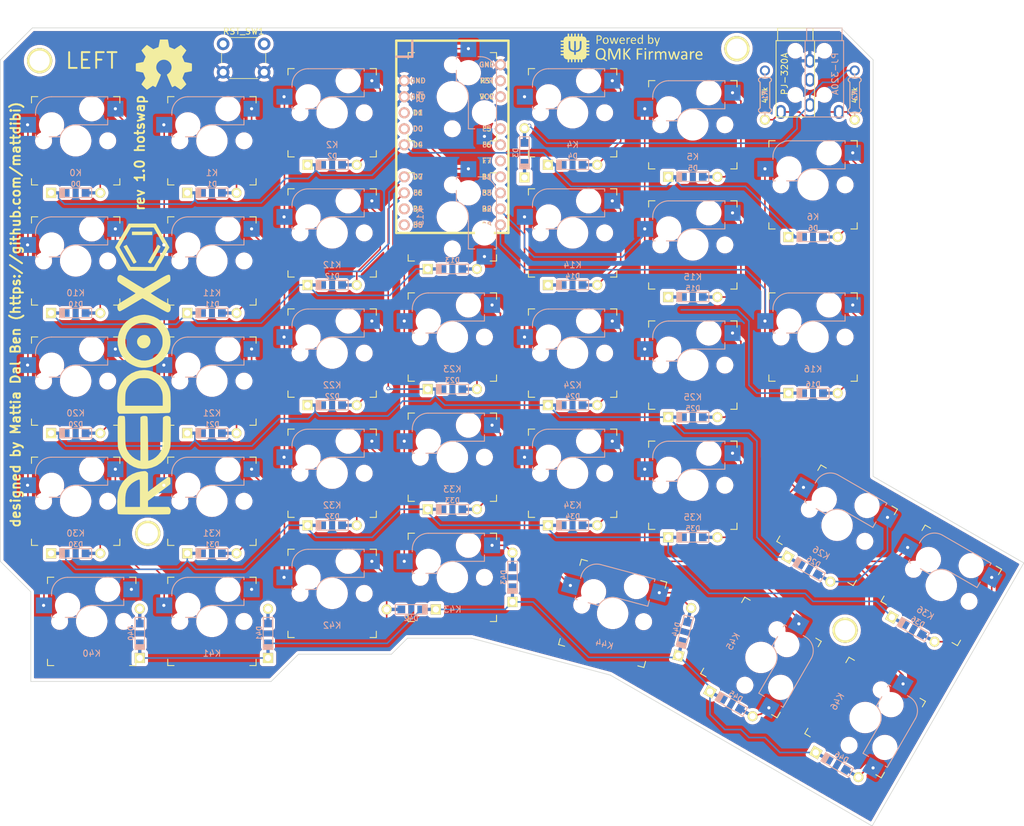
<source format=kicad_pcb>
(kicad_pcb (version 20211014) (generator pcbnew)
  (title_block (title "Redox keyboard (hotswap left) PCB") (date "2018-05-05") (rev "1.0") (comment 1 "designed by Mattia Dal Ben (aka u/TiaMaT102)") (comment 2 "https://github.com/mattdibi/redox-keyboard"))
  (layers (0 "F.Cu" signal) (31 "B.Cu" signal) (34 "B.Paste" user) (35 "F.Paste" user) (36 "B.SilkS" user "B.Silkscreen") (37 "F.SilkS" user "F.Silkscreen") (38 "B.Mask" user) (39 "F.Mask" user) (44 "Edge.Cuts" user))
  (net 0 "")
  (net 1 "Net-(D0-Pad2)")
  (net 2 "row0")
  (net 3 "Net-(D1-Pad2)")
  (net 4 "Net-(D2-Pad2)")
  (net 5 "Net-(D3-Pad2)")
  (net 6 "Net-(D4-Pad2)")
  (net 7 "Net-(D5-Pad2)")
  (net 8 "Net-(D6-Pad2)")
  (net 9 "Net-(D10-Pad2)")
  (net 10 "row1")
  (net 11 "Net-(D11-Pad2)")
  (net 12 "Net-(D12-Pad2)")
  (net 13 "Net-(D13-Pad2)")
  (net 14 "Net-(D14-Pad2)")
  (net 15 "Net-(D15-Pad2)")
  (net 16 "Net-(D16-Pad2)")
  (net 17 "Net-(D20-Pad2)")
  (net 18 "row2")
  (net 19 "Net-(D21-Pad2)")
  (net 20 "Net-(D22-Pad2)")
  (net 21 "Net-(D23-Pad2)")
  (net 22 "Net-(D24-Pad2)")
  (net 23 "Net-(D25-Pad2)")
  (net 24 "Net-(D26-Pad2)")
  (net 25 "Net-(D30-Pad2)")
  (net 26 "row3")
  (net 27 "Net-(D31-Pad2)")
  (net 28 "Net-(D32-Pad2)")
  (net 29 "Net-(D33-Pad2)")
  (net 30 "Net-(D34-Pad2)")
  (net 31 "Net-(D35-Pad2)")
  (net 32 "Net-(D36-Pad2)")
  (net 33 "Net-(D40-Pad2)")
  (net 34 "row4")
  (net 35 "Net-(D41-Pad2)")
  (net 36 "Net-(D42-Pad2)")
  (net 37 "Net-(D43-Pad2)")
  (net 38 "Net-(D44-Pad2)")
  (net 39 "Net-(D45-Pad2)")
  (net 40 "Net-(D46-Pad2)")
  (net 41 "col0")
  (net 42 "col1")
  (net 43 "col2")
  (net 44 "col3")
  (net 45 "col4")
  (net 46 "col5")
  (net 47 "col6")
  (net 48 "VCC")
  (net 49 "SDA")
  (net 50 "SCL")
  (net 51 "GND")
  (net 52 "RST")
  (footprint "redox_footprints:Diode-dual" (layer "F.Cu") (at 91.44 74.93 180)
    (fp_text reference "D0")
    (fp_text value "D" hide)
  )
  (footprint "redox_footprints:Diode-dual" (layer "F.Cu") (at 113.03 74.93 180)
    (fp_text reference "D1")
    (fp_text value "D" hide)
  )
  (footprint "redox_footprints:Diode-dual" (layer "F.Cu") (at 132.08 70.485 180)
    (fp_text reference "D2")
    (fp_text value "D" hide)
  )
  (footprint "redox_footprints:Diode-dual" (layer "F.Cu") (at 162.56 68.58 -90)
    (fp_text reference "D3")
    (fp_text value "D" hide)
  )
  (footprint "redox_footprints:Diode-dual" (layer "F.Cu") (at 170.18 70.485 180)
    (fp_text reference "D4")
    (fp_text value "D" hide)
  )
  (footprint "redox_footprints:Diode-dual" (layer "F.Cu") (at 189.23 72.39 180)
    (fp_text reference "D5")
    (fp_text value "D" hide)
  )
  (footprint "redox_footprints:Diode-dual" (layer "F.Cu") (at 208.28 81.915 180)
    (fp_text reference "D6")
    (fp_text value "D" hide)
  )
  (footprint "redox_footprints:Diode-dual" (layer "F.Cu") (at 91.44 93.98 180)
    (fp_text reference "D10")
    (fp_text value "D" hide)
  )
  (footprint "redox_footprints:Diode-dual" (layer "F.Cu") (at 113.03 93.98 180)
    (fp_text reference "D11")
    (fp_text value "D" hide)
  )
  (footprint "redox_footprints:Diode-dual" (layer "F.Cu") (at 132.08 89.535 180)
    (fp_text reference "D12")
    (fp_text value "D" hide)
  )
  (footprint "redox_footprints:Diode-dual" (layer "F.Cu") (at 151.13 86.995 180)
    (fp_text reference "D13")
    (fp_text value "D" hide)
  )
  (footprint "redox_footprints:Diode-dual" (layer "F.Cu") (at 170.18 89.535 180)
    (fp_text reference "D14")
    (fp_text value "D" hide)
  )
  (footprint "redox_footprints:Diode-dual" (layer "F.Cu") (at 189.23 91.44 180)
    (fp_text reference "D15")
    (fp_text value "D" hide)
  )
  (footprint "redox_footprints:Diode-dual" (layer "F.Cu") (at 208.28 106.68 180)
    (fp_text reference "D16")
    (fp_text value "D" hide)
  )
  (footprint "redox_footprints:Diode-dual" (layer "F.Cu") (at 91.44 113.03 180)
    (fp_text reference "D20")
    (fp_text value "D" hide)
  )
  (footprint "redox_footprints:Diode-dual" (layer "F.Cu") (at 113.03 113.03 180)
    (fp_text reference "D21")
    (fp_text value "D" hide)
  )
  (footprint "redox_footprints:Diode-dual" (layer "F.Cu") (at 132.08 108.585 180)
    (fp_text reference "D22")
    (fp_text value "D" hide)
  )
  (footprint "redox_footprints:Diode-dual" (layer "F.Cu") (at 151.13 106.045 180)
    (fp_text reference "D23")
    (fp_text value "D" hide)
  )
  (footprint "redox_footprints:Diode-dual" (layer "F.Cu") (at 170.18 108.585 180)
    (fp_text reference "D24")
    (fp_text value "D" hide)
  )
  (footprint "redox_footprints:Diode-dual" (layer "F.Cu") (at 189.23 110.49 180)
    (fp_text reference "D25")
    (fp_text value "D" hide)
  )
  (footprint "redox_footprints:Diode-dual" (layer "F.Cu") (at 207.645 134.62 150)
    (fp_text reference "D26")
    (fp_text value "D" hide)
  )
  (footprint "redox_footprints:Diode-dual" (layer "F.Cu") (at 91.44 132.08 180)
    (fp_text reference "D30")
    (fp_text value "D" hide)
  )
  (footprint "redox_footprints:Diode-dual" (layer "F.Cu") (at 113.03 132.08 180)
    (fp_text reference "D31")
    (fp_text value "D" hide)
  )
  (footprint "redox_footprints:Diode-dual" (layer "F.Cu") (at 132.08 127.635 180)
    (fp_text reference "D32")
    (fp_text value "D" hide)
  )
  (footprint "redox_footprints:Diode-dual" (layer "F.Cu") (at 151.13 125.095 180)
    (fp_text reference "D33")
    (fp_text value "D" hide)
  )
  (footprint "redox_footprints:Diode-dual" (layer "F.Cu") (at 170.18 127.635 180)
    (fp_text reference "D34")
    (fp_text value "D" hide)
  )
  (footprint "redox_footprints:Diode-dual" (layer "F.Cu") (at 189.23 129.54 180)
    (fp_text reference "D35")
    (fp_text value "D" hide)
  )
  (footprint "redox_footprints:Diode-dual" (layer "F.Cu") (at 224.155 144.145 150)
    (fp_text reference "D36")
    (fp_text value "D" hide)
  )
  (footprint "redox_footprints:Diode-dual" (layer "F.Cu") (at 101.6 144.78 -90)
    (fp_text reference "D40")
    (fp_text value "D" hide)
  )
  (footprint "redox_footprints:Diode-dual" (layer "F.Cu") (at 121.92 144.78 -90)
    (fp_text reference "D41")
    (fp_text value "D" hide)
  )
  (footprint "redox_footprints:Diode-dual" (layer "F.Cu") (at 144.62 140.97)
    (fp_text reference "D42")
    (fp_text value "D" hide)
  )
  (footprint "redox_footprints:Diode-dual" (layer "F.Cu") (at 160.655 135.89 -90)
    (fp_text reference "D43")
    (fp_text value "D" hide)
  )
  (footprint "redox_footprints:Diode-dual" (layer "F.Cu") (at 187.96 144.526 -105)
    (fp_text reference "D44")
    (fp_text value "D" hide)
  )
  (footprint "redox_footprints:Diode-dual" (layer "F.Cu") (at 195.326 155.956 150)
    (fp_text reference "D45")
    (fp_text value "D" hide)
  )
  (footprint "redox_footprints:Diode-dual" (layer "F.Cu") (at 212.09 165.608 150)
    (fp_text reference "D46")
    (fp_text value "D" hide)
  )
  (footprint "redox_footprints:Kailh_socket_MX" (layer "F.Cu") (at 91.44 66.675)
    (fp_text reference "K0")
    (fp_text value "KEYSW")
  )
  (footprint "redox_footprints:Kailh_socket_MX" (layer "F.Cu") (at 113.03 66.675)
    (fp_text reference "K1")
    (fp_text value "KEYSW")
  )
  (footprint "redox_footprints:Kailh_socket_MX" (layer "F.Cu") (at 132.08 62.23)
    (fp_text reference "K2")
    (fp_text value "KEYSW")
  )
  (footprint "redox_footprints:Kailh_socket_MX" (layer "F.Cu") (at 151.13 59.69 -90)
    (fp_text reference "K3")
    (fp_text value "KEYSW")
  )
  (footprint "redox_footprints:Kailh_socket_MX" (layer "F.Cu") (at 170.18 62.23)
    (fp_text reference "K4")
    (fp_text value "KEYSW")
  )
  (footprint "redox_footprints:Kailh_socket_MX" (layer "F.Cu") (at 189.23 64.135)
    (fp_text reference "K5")
    (fp_text value "KEYSW")
  )
  (footprint "redox_footprints:Kailh_socket_MX" (layer "F.Cu") (at 208.28 73.66)
    (fp_text reference "K6")
    (fp_text value "KEYSW")
  )
  (footprint "redox_footprints:Kailh_socket_MX" (layer "F.Cu") (at 91.44 85.725)
    (fp_text reference "K10")
    (fp_text value "KEYSW")
  )
  (footprint "redox_footprints:Kailh_socket_MX" (layer "F.Cu") (at 113.03 85.725)
    (fp_text reference "K11")
    (fp_text value "KEYSW")
  )
  (footprint "redox_footprints:Kailh_socket_MX" (layer "F.Cu") (at 132.08 81.28)
    (fp_text reference "K12")
    (fp_text value "KEYSW")
  )
  (footprint "redox_footprints:Kailh_socket_MX" (layer "F.Cu") (at 151.13 78.74 -90)
    (fp_text reference "K13")
    (fp_text value "KEYSW")
  )
  (footprint "redox_footprints:Kailh_socket_MX" (layer "F.Cu") (at 170.18 81.28)
    (fp_text reference "K14")
    (fp_text value "KEYSW")
  )
  (footprint "redox_footprints:Kailh_socket_MX" (layer "F.Cu") (at 189.23 83.185)
    (fp_text reference "K15")
    (fp_text value "KEYSW")
  )
  (footprint "redox_footprints:Kailh_socket_MX" (layer "F.Cu") (at 208.28 97.79)
    (fp_text reference "K16")
    (fp_text value "KEYSW")
  )
  (footprint "redox_footprints:Kailh_socket_MX" (layer "F.Cu") (at 91.44 104.775)
    (fp_text reference "K20")
    (fp_text value "KEYSW")
  )
  (footprint "redox_footprints:Kailh_socket_MX" (layer "F.Cu") (at 113.03 104.775)
    (fp_text reference "K21")
    (fp_text value "KEYSW")
  )
  (footprint "redox_footprints:Kailh_socket_MX" (layer "F.Cu") (at 132.08 100.33)
    (fp_text reference "K22")
    (fp_text value "KEYSW")
  )
  (footprint "redox_footprints:Kailh_socket_MX" (layer "F.Cu") (at 151.13 97.79)
    (fp_text reference "K23")
    (fp_text value "KEYSW")
  )
  (footprint "redox_footprints:Kailh_socket_MX" (layer "F.Cu") (at 170.18 100.33)
    (fp_text reference "K24")
    (fp_text value "KEYSW")
  )
  (footprint "redox_footprints:Kailh_socket_MX" (layer "F.Cu") (at 189.23 102.235)
    (fp_text reference "K25")
    (fp_text value "KEYSW")
  )
  (footprint "redox_footprints:Kailh_socket_MX" (layer "F.Cu") (at 212.09 127.635 -30)
    (fp_text reference "K26")
    (fp_text value "KEYSW")
  )
  (footprint "redox_footprints:Kailh_socket_MX" (layer "F.Cu") (at 91.44 123.825)
    (fp_text reference "K30")
    (fp_text value "KEYSW")
  )
  (footprint "redox_footprints:Kailh_socket_MX" (layer "F.Cu") (at 113.03 123.825)
    (fp_text reference "K31")
    (fp_text value "KEYSW")
  )
  (footprint "redox_footprints:Kailh_socket_MX" (layer "F.Cu") (at 132.08 119.38)
    (fp_text reference "K32")
    (fp_text value "KEYSW")
  )
  (footprint "redox_footprints:Kailh_socket_MX" (layer "F.Cu") (at 151.13 116.84)
    (fp_text reference "K33")
    (fp_text value "KEYSW")
  )
  (footprint "redox_footprints:Kailh_socket_MX" (layer "F.Cu") (at 170.18 119.38)
    (fp_text reference "K34")
    (fp_text value "KEYSW")
  )
  (footprint "redox_footprints:Kailh_socket_MX" (layer "F.Cu") (at 189.23 121.285)
    (fp_text reference "K35")
    (fp_text value "KEYSW")
  )
  (footprint "redox_footprints:Kailh_socket_MX" (layer "F.Cu") (at 228.6 137.16 -30)
    (fp_text reference "K36")
    (fp_text value "KEYSW")
  )
  (footprint "redox_footprints:Kailh_socket_MX" (layer "F.Cu") (at 93.98 142.875)
    (fp_text reference "K40")
    (fp_text value "KEYSW")
  )
  (footprint "redox_footprints:Kailh_socket_MX" (layer "F.Cu") (at 113.03 142.875)
    (fp_text reference "K41")
    (fp_text value "KEYSW")
  )
  (footprint "redox_footprints:Kailh_socket_MX" (layer "F.Cu") (at 132.08 138.43)
    (fp_text reference "K42")
    (fp_text value "KEYSW")
  )
  (footprint "redox_footprints:Kailh_socket_MX" (layer "F.Cu") (at 151.13 135.89)
    (fp_text reference "K43")
    (fp_text value "KEYSW")
  )
  (footprint "redox_footprints:Kailh_socket_MX" (layer "F.Cu") (at 176.53 141.605 -15)
    (fp_text reference "K44")
    (fp_text value "KEYSW")
  )
  (footprint "redox_footprints:Kailh_socket_MX" (layer "F.Cu") (at 200.025 148.59 -120)
    (fp_text reference "K45")
    (fp_text value "KEYSW")
  )
  (footprint "redox_footprints:Kailh_socket_MX" (layer "F.Cu") (at 216.535 158.115 -120)
    (fp_text reference "K46")
    (fp_text value "KEYSW")
  )
  (footprint "redox_footprints:Resistor-Compact" (layer "F.Cu") (at 200.66 59.436 90)
    (fp_text reference "R1")
    (fp_text value "4.7k")
  )
  (footprint "redox_footprints:Resistor-Compact" (layer "F.Cu") (at 214.884 59.436 90)
    (fp_text reference "R2")
    (fp_text value "4.7k")
  )
  (footprint "redox_footprints:SW_PUSH_6mm_h4.3mm" (layer "F.Cu") (at 114.808 51.308)
    (fp_text reference "RST_SW1")
    (fp_text value "SW_PUSH")
  )
  (footprint "redox_footprints:TRRS-PJ-320A-dual" (layer "F.Cu") (at 207.772 50.8)
    (fp_text reference "TRRS1")
    (fp_text value "Audio-Jack-4")
  )
  (footprint "redox_footprints:ArduinoProMicro" (layer "F.Cu") (at 151.13 66.04 -90)
    (fp_text reference "U1" hide)
    (fp_text value "ProMicro" hide)
  )
  (footprint "keyboard_parts:HOLE_M3" (layer "F.Cu") (at 213.36 144.272)
    (fp_text reference "HOLE_M3" hide)
    (fp_text value "VAL**" hide)
  )
  (footprint "keyboard_parts:HOLE_M3" (layer "F.Cu") (at 85.725 53.975)
    (fp_text reference "HOLE_M3" hide)
    (fp_text value "VAL**" hide)
  )
  (footprint "keyboard_parts:HOLE_M3" (layer "F.Cu") (at 102.87 128.905)
    (fp_text reference "HOLE_M3" hide)
    (fp_text value "VAL**" hide)
  )
  (footprint "keyboard_parts:HOLE_M3" (layer "F.Cu") (at 196.215 52.07)
    (fp_text reference "HOLE_M3" hide)
    (fp_text value "VAL**" hide)
  )
  (footprint "Symbols:OSHW-Symbol_8.9x8mm_SilkScreen" (layer "F.Cu") (at 105.41 54.61)
    (fp_text reference "REF***" hide)
    (fp_text value "OSHW-Logo2_14.6x12mm_SilkScreen" hide)
  )
  (footprint "myparts:redox-logo" (layer "F.Cu") (at 102.235 102.87 90)
    (fp_text reference "G***" hide)
    (fp_text value "LOGO" hide)
  )
  (footprint "myparts:qmk-badge" (layer "F.Cu") (at 179.578 51.943)
    (fp_text reference "G***" hide)
    (fp_text value "LOGO" hide)
  )
  (gr_line (start 154.178 145.542) (end 144.018 145.542) (layer "Edge.Cuts") (width 0.1))
  (gr_line (start 79.502 53.848) (end 84.582 48.768) (layer "Edge.Cuts") (width 0.1))
  (gr_line (start 217.805 53.848) (end 212.725 48.768) (layer "Edge.Cuts") (width 0.1))
  (gr_line (start 217.551 175.26) (end 217.678 175.26) (layer "Edge.Cuts") (width 0.1))
  (gr_line (start 84.328 152.4) (end 122.428 152.4) (layer "Edge.Cuts") (width 0.1))
  (gr_line (start 217.551 175.26) (end 176.149 151.384) (layer "Edge.Cuts") (width 0.1))
  (gr_line (start 79.502 53.848) (end 79.502 57.15) (layer "Edge.Cuts") (width 0.1))
  (gr_line (start 79.502 57.15) (end 79.502 133.35) (layer "Edge.Cuts") (width 0.1))
  (gr_line (start 217.805 64.008) (end 217.805 119.888) (layer "Edge.Cuts") (width 0.1))
  (gr_line (start 217.678 175.26) (end 241.681 133.604) (layer "Edge.Cuts") (width 0.1))
  (gr_line (start 84.328 138.176) (end 84.328 152.4) (layer "Edge.Cuts") (width 0.1))
  (gr_line (start 217.805 119.888) (end 241.681 133.604) (layer "Edge.Cuts") (width 0.1))
  (gr_line (start 176.149 151.384) (end 154.178 145.542) (layer "Edge.Cuts") (width 0.1))
  (gr_line (start 79.502 133.35) (end 84.328 138.176) (layer "Edge.Cuts") (width 0.1))
  (gr_line (start 122.428 152.4) (end 126.746 148.082) (layer "Edge.Cuts") (width 0.1))
  (gr_line (start 141.478 148.082) (end 144.018 145.542) (layer "Edge.Cuts") (width 0.1))
  (gr_line (start 217.805 53.848) (end 217.805 64.008) (layer "Edge.Cuts") (width 0.1))
  (gr_line (start 126.746 148.082) (end 141.478 148.082) (layer "Edge.Cuts") (width 0.1))
  (gr_line (start 212.725 48.768) (end 84.582 48.768) (layer "Edge.Cuts") (width 0.1))
  (gr_text "designed by Mattia Dal Ben (https://github.com/mattdibi)" (at 81.915 94.234 90) (layer "F.SilkS") (effects (font (size 1.5 1.5) (thickness 0.3))))
  (gr_text "LEFT" (at 93.98 53.975) (layer "F.SilkS") (effects (font (size 2.5 2.5) (thickness 0.3))))
  (gr_text "rev 1.0 hotswap" (at 101.6 68.58 90) (layer "F.SilkS") (effects (font (size 1.5 1.5) (thickness 0.3))))
  (segment (start 99.06 68.58) (end 95.34 72.3) (width 0.25) (layer "F.Cu") (net 1))
  (segment (start 97.73 61.595) (end 97.73 62.17) (width 0.25) (layer "F.Cu") (net 1))
  (segment (start 97.73 62.17) (end 99.06 63.5) (width 0.25) (layer "F.Cu") (net 1))
  (segment (start 99.06 63.5) (end 99.06 68.58) (width 0.25) (layer "F.Cu") (net 1))
  (segment (start 95.34 72.3) (end 95.34 74.93) (width 0.25) (layer "F.Cu") (net 1))
  (segment (start 88.74 75.786) (end 89.662 76.708) (width 0.25) (layer "B.Cu") (net 2))
  (segment (start 89.662 76.708) (end 109.728 76.708) (width 0.25) (layer "B.Cu") (net 2))
  (segment (start 109.728 76.708) (end 110.33 76.106) (width 0.25) (layer "B.Cu") (net 2))
  (segment (start 110.33 76.106) (end 110.744 76.52) (width 0.25) (layer "B.Cu") (net 2))
  (segment (start 110.744 76.52) (end 120.838 76.52) (width 0.25) (layer "B.Cu") (net 2))
  (segment (start 120.838 76.52) (end 124.714 72.644) (width 0.25) (layer "B.Cu") (net 2))
  (segment (start 124.714 72.644) (end 128.27 72.644) (width 0.25) (layer "B.Cu") (net 2))
  (segment (start 128.27 72.644) (end 129.38 71.534) (width 0.25) (layer "B.Cu") (net 2))
  (segment (start 129.38 71.534) (end 129.38 70.485) (width 0.25) (layer "B.Cu") (net 2))
  (segment (start 129.38 71.214) (end 130.302 72.136) (width 0.25) (layer "B.Cu") (net 2))
  (segment (start 130.302 72.136) (end 138.43 72.136) (width 0.25) (layer "B.Cu") (net 2))
  (segment (start 138.43 72.136) (end 143.256 67.31) (width 0.25) (layer "B.Cu") (net 2))
  (segment (start 143.256 67.31) (end 143.51 67.31) (width 0.25) (layer "B.Cu") (net 2))
  (segment (start 167.48 71.468) (end 169.926 73.914) (width 0.25) (layer "B.Cu") (net 2))
  (segment (start 169.926 73.914) (end 185.006 73.914) (width 0.25) (layer "B.Cu") (net 2))
  (segment (start 185.006 73.914) (end 186.53 72.39) (width 0.25) (layer "B.Cu") (net 2))
  (segment (start 186.53 72.992) (end 187.452 73.914) (width 0.25) (layer "B.Cu") (net 2))
  (segment (start 187.452 73.914) (end 197.579 73.914) (width 0.25) (layer "B.Cu") (net 2))
  (segment (start 197.579 73.914) (end 205.58 81.915) (width 0.25) (layer "B.Cu") (net 2))
  (segment (start 110.33 74.93) (end 110.33 76.106) (width 0.25) (layer "B.Cu") (net 2))
  (segment (start 165.575 68.58) (end 144.78 68.58) (width 0.25) (layer "B.Cu") (net 2))
  (segment (start 167.48 70.485) (end 167.48 71.468) (width 0.25) (layer "B.Cu") (net 2))
  (segment (start 186.53 72.39) (end 186.53 72.992) (width 0.25) (layer "B.Cu") (net 2))
  (segment (start 144.78 68.58) (end 143.51 67.31) (width 0.25) (layer "B.Cu") (net 2))
  (segment (start 129.38 70.485) (end 129.38 71.214) (width 0.25) (layer "B.Cu") (net 2))
  (segment (start 88.74 74.93) (end 88.74 75.786) (width 0.25) (layer "B.Cu") (net 2))
  (segment (start 167.48 70.485) (end 165.575 68.58) (width 0.25) (layer "B.Cu") (net 2))
  (segment (start 119.32 63.44) (end 121.92 66.04) (width 0.25) (layer "F.Cu") (net 3))
  (segment (start 116.93 73.57) (end 116.93 74.93) (width 0.25) (layer "F.Cu") (net 3))
  (segment (start 121.92 66.04) (end 121.92 68.58) (width 0.25) (layer "F.Cu") (net 3))
  (segment (start 119.32 61.595) (end 119.32 63.44) (width 0.25) (layer "F.Cu") (net 3))
  (segment (start 121.92 68.58) (end 116.93 73.57) (width 0.25) (layer "F.Cu") (net 3))
  (segment (start 138.37 57.15) (end 139.7 58.48) (width 0.25) (layer "F.Cu") (net 4))
  (segment (start 139.7 66.765) (end 135.98 70.485) (width 0.25) (layer "F.Cu") (net 4))
  (segment (start 139.7 58.48) (end 139.7 66.765) (width 0.25) (layer "F.Cu") (net 4))
  (segment (start 177.8 66.765) (end 174.08 70.485) (width 0.25) (layer "F.Cu") (net 6))
  (segment (start 176.47 57.15) (end 177.8 58.48) (width 0.25) (layer "F.Cu") (net 6))
  (segment (start 177.8 58.48) (end 177.8 66.765) (width 0.25) (layer "F.Cu") (net 6))
  (segment (start 196.85 60.385) (end 196.85 69.85) (width 0.25) (layer "F.Cu") (net 7))
  (segment (start 194.31 72.39) (end 193.13 72.39) (width 0.25) (layer "F.Cu") (net 7))
  (segment (start 196.85 69.85) (end 194.31 72.39) (width 0.25) (layer "F.Cu") (net 7))
  (segment (start 195.52 59.055) (end 196.85 60.385) (width 0.25) (layer "F.Cu") (net 7))
  (segment (start 215.9 78.195) (end 212.18 81.915) (width 0.25) (layer "F.Cu") (net 8))
  (segment (start 214.57 69.79) (end 215.9 71.12) (width 0.25) (layer "F.Cu") (net 8))
  (segment (start 215.9 71.12) (end 215.9 78.195) (width 0.25) (layer "F.Cu") (net 8))
  (segment (start 214.57 68.58) (end 214.57 69.79) (width 0.25) (layer "F.Cu") (net 8))
  (segment (start 99.06 88.9) (end 95.34 92.62) (width 0.25) (layer "F.Cu") (net 9))
  (segment (start 99.06 83.82) (end 99.06 88.9) (width 0.25) (layer "F.Cu") (net 9))
  (segment (start 95.34 92.62) (end 95.34 93.98) (width 0.25) (layer "F.Cu") (net 9))
  (segment (start 97.73 80.645) (end 97.73 82.49) (width 0.25) (layer "F.Cu") (net 9))
  (segment (start 97.73 82.49) (end 99.06 83.82) (width 0.25) (layer "F.Cu") (net 9))
  (segment (start 141.096626 82.942401) (end 136.663027 87.376) (width 0.25) (layer "B.Cu") (net 10))
  (segment (start 107.352 95.758) (end 109.13 93.98) (width 0.25) (layer "B.Cu") (net 10))
  (segment (start 89.318 95.758) (end 107.352 95.758) (width 0.25) (layer "B.Cu") (net 10))
  (segment (start 198.12 105.41) (end 199.39 106.68) (width 0.25) (layer "B.Cu") (net 10))
  (segment (start 110.72 95.57) (end 120.838 95.57) (width 0.25) (layer "B.Cu") (net 10))
  (segment (start 141.096626 74.803374) (end 141.096626 82.942401) (width 0.25) (layer "B.Cu") (net 10))
  (segment (start 145.415 86.995) (end 141.224 91.186) (width 0.25) (layer "B.Cu") (net 10))
  (segment (start 126.873 89.535) (end 128.18 89.535) (width 0.25) (layer "B.Cu") (net 10))
  (segment (start 129.831 91.186) (end 128.18 89.535) (width 0.25) (layer "B.Cu") (net 10))
  (segment (start 196.342 93.472) (end 198.12 95.25) (width 0.25) (layer "B.Cu") (net 10))
  (segment (start 199.39 106.68) (end 204.38 106.68) (width 0.25) (layer "B.Cu") (net 10))
  (segment (start 120.838 95.57) (end 126.873 89.535) (width 0.25) (layer "B.Cu") (net 10))
  (segment (start 143.51 72.39) (end 141.096626 74.803374) (width 0.25) (layer "B.Cu") (net 10))
  (segment (start 198.12 95.25) (end 198.12 105.41) (width 0.25) (layer "B.Cu") (net 10))
  (segment (start 87.54 93.98) (end 89.318 95.758) (width 0.25) (layer "B.Cu") (net 10))
  (segment (start 141.224 91.186) (end 129.831 91.186) (width 0.25) (layer "B.Cu") (net 10))
  (segment (start 109.13 93.98) (end 110.72 95.57) (width 0.25) (layer "B.Cu") (net 10))
  (segment (start 187.386 93.472) (end 196.342 93.472) (width 0.25) (layer "B.Cu") (net 10))
  (segment (start 136.663027 87.376) (end 131.539 87.376) (width 0.25) (layer "B.Cu") (net 10))
  (segment (start 147.23 86.995) (end 145.415 86.995) (width 0.25) (layer "B.Cu") (net 10))
  (segment (start 119.32 81.22) (end 121.92 83.82) (width 0.25) (layer "F.Cu") (net 11))
  (segment (start 121.92 88.9) (end 116.84 93.98) (width 0.25) (layer "F.Cu") (net 11))
  (segment (start 119.32 80.645) (end 119.32 81.22) (width 0.25) (layer "F.Cu") (net 11))
  (segment (start 121.92 83.82) (end 121.92 88.9) (width 0.25) (layer "F.Cu") (net 11))
  (segment (start 139.7 83.82) (end 135.98 87.54) (width 0.25) (layer "F.Cu") (net 12))
  (segment (start 138.37 76.2) (end 138.37 77.41) (width 0.25) (layer "F.Cu") (net 12))
  (segment (start 138.37 77.41) (end 139.7 78.74) (width 0.25) (layer "F.Cu") (net 12))
  (segment (start 139.7 78.74) (end 139.7 83.82) (width 0.25) (layer "F.Cu") (net 12))
  (segment (start 135.98 87.54) (end 135.98 89.535) (width 0.25) (layer "F.Cu") (net 12))
  (segment (start 177.8 77.53) (end 177.8 85.815) (width 0.25) (layer "F.Cu") (net 14))
  (segment (start 176.47 76.2) (end 177.8 77.53) (width 0.25) (layer "F.Cu") (net 14))
  (segment (start 177.8 85.815) (end 174.08 89.535) (width 0.25) (layer "F.Cu") (net 14))
  (segment (start 195.52 78.105) (end 196.85 79.435) (width 0.25) (layer "F.Cu") (net 15))
  (segment (start 196.85 79.435) (end 196.85 90.17) (width 0.25) (layer "F.Cu") (net 15))
  (segment (start 195.58 91.44) (end 193.13 91.44) (width 0.25) (layer "F.Cu") (net 15))
  (segment (start 196.85 90.17) (end 195.58 91.44) (width 0.25) (layer "F.Cu") (net 15))
  (segment (start 215.9 102.96) (end 212.18 106.68) (width 0.25) (layer "F.Cu") (net 16))
  (segment (start 214.57 92.71) (end 214.57 93.92) (width 0.25) (layer "F.Cu") (net 16))
  (segment (start 215.9 95.25) (end 215.9 102.96) (width 0.25) (layer "F.Cu") (net 16))
  (segment (start 214.57 93.92) (end 215.9 95.25) (width 0.25) (layer "F.Cu") (net 16))
  (segment (start 96.52 111.76) (end 96.52 111.85) (width 0.25) (layer "F.Cu") (net 17))
  (segment (start 97.73 99.695) (end 97.73 100.27) (width 0.25) (layer "F.Cu") (net 17))
  (segment (start 99.06 101.6) (end 99.06 109.22) (width 0.25) (layer "F.Cu") (net 17))
  (segment (start 96.52 111.85) (end 95.34 113.03) (width 0.25) (layer "F.Cu") (net 17))
  (segment (start 97.73 100.27) (end 99.06 101.6) (width 0.25) (layer "F.Cu") (net 17))
  (segment (start 99.06 109.22) (end 96.52 111.76) (width 0.25) (layer "F.Cu") (net 17))
  (segment (start 140.97 105.918) (end 140.97 77.47) (width 0.25) (layer "F.Cu") (net 18))
  (segment (start 140.97 77.47) (end 143.51 74.93) (width 0.25) (layer "F.Cu") (net 18))
  (via (at 140.97 105.918) (size 0.6) (drill 0.4) (layers "F.Cu" "B.Cu") (net 18))
  (segment (start 88.74 113.886) (end 89.916 115.062) (width 0.25) (layer "B.Cu") (net 18))
  (segment (start 89.916 115.062) (end 109.474 115.062) (width 0.25) (layer "B.Cu") (net 18))
  (segment (start 109.474 115.062) (end 110.33 114.206) (width 0.25) (layer "B.Cu") (net 18))
  (segment (start 110.33 114.206) (end 111.186 115.062) (width 0.25) (layer "B.Cu") (net 18))
  (segment (start 111.186 115.062) (end 119.38 115.062) (width 0.25) (layer "B.Cu") (net 18))
  (segment (start 119.38 115.062) (end 123.698 110.744) (width 0.25) (layer "B.Cu") (net 18))
  (segment (start 123.698 110.744) (end 128.27 110.744) (width 0.25) (layer "B.Cu") (net 18))
  (segment (start 128.27 110.744) (end 129.38 109.634) (width 0.25) (layer "B.Cu") (net 18))
  (segment (start 129.38 109.634) (end 130.048 110.302) (width 0.25) (layer "B.Cu") (net 18))
  (segment (start 130.048 110.302) (end 140.904 110.302) (width 0.25) (layer "B.Cu") (net 18))
  (segment (start 140.904 110.302) (end 143.256 107.95) (width 0.25) (layer "B.Cu") (net 18))
  (segment (start 143.256 107.95) (end 147.574 107.95) (width 0.25) (layer "B.Cu") (net 18))
  (segment (start 147.574 107.95) (end 148.43 107.094) (width 0.25) (layer "B.Cu") (net 18))
  (segment (start 148.43 107.094) (end 148.43 106.045) (width 0.25) (layer "B.Cu") (net 18))
  (segment (start 147.23 106.045) (end 148.43 106.045) (width 0.25) (layer "B.Cu") (net 18))
  (segment (start 168.185 110.49) (end 185.33 110.49) (width 0.25) (layer "B.Cu") (net 18))
  (segment (start 129.38 108.585) (end 129.38 109.634) (width 0.25) (layer "B.Cu") (net 18))
  (segment (start 187.87 113.03) (end 198.12 113.03) (width 0.25) (layer "B.Cu") (net 18))
  (segment (start 148.43 107.094) (end 149.921 108.585) (width 0.25) (layer "B.Cu") (net 18))
  (segment (start 166.28 108.585) (end 168.185 110.49) (width 0.25) (layer "B.Cu") (net 18))
  (segment (start 110.33 113.03) (end 110.33 114.206) (width 0.25) (layer "B.Cu") (net 18))
  (segment (start 88.74 113.03) (end 88.74 113.886) (width 0.25) (layer "B.Cu") (net 18))
  (segment (start 167.48 108.585) (end 167.48 109.314) (width 0.25) (layer "B.Cu") (net 18))
  (segment (start 202.52 132.67) (end 204.267501 132.67) (width 0.25) (layer "B.Cu") (net 18))
  (segment (start 140.97 105.918) (end 141.097 106.045) (width 0.25) (layer "B.Cu") (net 18))
  (segment (start 141.097 106.045) (end 147.23 106.045) (width 0.25) (layer "B.Cu") (net 18))
  (segment (start 199.39 114.3) (end 199.39 129.54) (width 0.25) (layer "B.Cu") (net 18))
  (segment (start 185.33 110.49) (end 187.87 113.03) (width 0.25) (layer "B.Cu") (net 18))
  (segment (start 149.921 108.585) (end 166.28 108.585) (width 0.25) (layer "B.Cu") (net 18))
  (segment (start 198.12 113.03) (end 199.39 114.3) (width 0.25) (layer "B.Cu") (net 18))
  (segment (start 199.39 129.54) (end 202.52 132.67) (width 0.25) (layer "B.Cu") (net 18))
  (segment (start 121.92 106.68) (end 116.93 111.67) (width 0.25) (layer "F.Cu") (net 19))
  (segment (start 119.32 101.54) (end 121.92 104.14) (width 0.25) (layer "F.Cu") (net 19))
  (segment (start 119.32 99.695) (end 119.32 101.54) (width 0.25) (layer "F.Cu") (net 19))
  (segment (start 121.92 104.14) (end 121.92 106.68) (width 0.25) (layer "F.Cu") (net 19))
  (segment (start 116.93 111.67) (end 116.93 113.03) (width 0.25) (layer "F.Cu") (net 19))
  (segment (start 139.7 104.865) (end 135.98 108.585) (width 0.25) (layer "F.Cu") (net 20))
  (segment (start 139.7 96.58) (end 139.7 104.865) (width 0.25) (layer "F.Cu") (net 20))
  (segment (start 138.37 95.25) (end 139.7 96.58) (width 0.25) (layer "F.Cu") (net 20))
  (segment (start 155.03 104.05) (end 155.03 106.045) (width 0.25) (layer "F.Cu") (net 21))
  (segment (start 158.75 100.33) (end 155.03 104.05) (width 0.25) (layer "F.Cu") (net 21))
  (segment (start 157.42 92.71) (end 158.75 94.04) (width 0.25) (layer "F.Cu") (net 21))
  (segment (start 158.75 94.04) (end 158.75 100.33) (width 0.25) (layer "F.Cu") (net 21))
  (segment (start 176.47 95.25) (end 177.8 96.58) (width 0.25) (layer "F.Cu") (net 22))
  (segment (start 177.8 104.865) (end 174.08 108.585) (width 0.25) (layer "F.Cu") (net 22))
  (segment (start 177.8 96.58) (end 177.8 104.865) (width 0.25) (layer "F.Cu") (net 22))
  (segment (start 194.31 110.49) (end 193.13 110.49) (width 0.25) (layer "F.Cu") (net 23))
  (segment (start 195.52 97.155) (end 196.85 98.485) (width 0.25) (layer "F.Cu") (net 23))
  (segment (start 196.85 98.485) (end 196.85 107.95) (width 0.25) (layer "F.Cu") (net 23))
  (segment (start 196.85 107.95) (end 194.31 110.49) (width 0.25) (layer "F.Cu") (net 23))
  (segment (start 220.0773 131.7127) (end 215.22 136.57) (width 0.25) (layer "B.Cu") (net 24))
  (segment (start 220.0773 126.380591) (end 220.0773 131.7127) (width 0.25) (layer "B.Cu") (net 24))
  (segment (start 215.22 136.57) (end 211.022499 136.57) (width 0.25) (layer "B.Cu") (net 24))
  (segment (start 99.06 121.92) (end 99.06 124.46) (width 0.25) (layer "F.Cu") (net 25))
  (segment (start 99.06 124.46) (end 95.34 128.18) (width 0.25) (layer "F.Cu") (net 25))
  (segment (start 97.73 118.745) (end 97.73 120.59) (width 0.25) (layer "F.Cu") (net 25))
  (segment (start 97.73 120.59) (end 99.06 121.92) (width 0.25) (layer "F.Cu") (net 25))
  (segment (start 95.34 128.18) (end 95.34 132.08) (width 0.25) (layer "F.Cu") (net 25))
  (segment (start 112.42 134.62) (end 114.3 134.62) (width 0.25) (layer "B.Cu") (net 26))
  (segment (start 107.77 134.62) (end 91.44 134.62) (width 0.25) (layer "B.Cu") (net 26))
  (segment (start 128.18 127.635) (end 128.27 127.725) (width 0.25) (layer "B.Cu") (net 26))
  (segment (start 147.23 125.095) (end 147.32 125.185) (width 0.25) (layer "B.Cu") (net 26))
  (segment (start 129.54 129.54) (end 131.47 129.54) (width 0.25) (layer "B.Cu") (net 26))
  (segment (start 89.865 133.045) (end 89.865 132.08) (width 0.25) (layer "B.Cu") (net 26))
  (segment (start 142.875 125.095) (end 147.23 125.095) (width 0.25) (layer "B.Cu") (net 26))
  (segment (start 185.33 129.54) (end 185.33 131.99) (width 0.25) (layer "B.Cu") (net 26))
  (segment (start 166.28 128.18) (end 167.64 129.54) (width 0.25) (layer "B.Cu") (net 26))
  (segment (start 147.32 125.185) (end 147.32 125.73) (width 0.25) (layer "B.Cu") (net 26))
  (segment (start 166.28 127.635) (end 166.28 128.18) (width 0.25) (layer "B.Cu") (net 26))
  (segment (start 185.33 131.99) (end 191.77 138.43) (width 0.25) (layer "B.Cu") (net 26))
  (segment (start 109.13 132.08) (end 109.13 133.26) (width 0.25) (layer "B.Cu") (net 26))
  (segment (start 118.11 134.62) (end 125.095 127.635) (width 0.25) (layer "B.Cu") (net 26))
  (segment (start 128.27 127.725) (end 128.27 128.27) (width 0.25) (layer "B.Cu") (net 26))
  (segment (start 208.28 139.7) (end 218.282501 139.7) (width 0.25) (layer "B.Cu") (net 26))
  (segment (start 207.01 138.43) (end 208.28 139.7) (width 0.25) (layer "B.Cu") (net 26))
  (segment (start 191.77 138.43) (end 207.01 138.43) (width 0.25) (layer "B.Cu") (net 26))
  (segment (start 149.225 127.635) (end 166.28 127.635) (width 0.25) (layer "B.Cu") (net 26))
  (segment (start 138.43 129.54) (end 142.875 125.095) (width 0.25) (layer "B.Cu") (net 26))
  (segment (start 131.47 129.54) (end 138.43 129.54) (width 0.25) (layer "B.Cu") (net 26))
  (segment (start 167.64 129.54) (end 185.33 129.54) (width 0.25) (layer "B.Cu") (net 26))
  (segment (start 110.49 134.62) (end 114.3 134.62) (width 0.25) (layer "B.Cu") (net 26))
  (segment (start 147.32 125.73) (end 149.225 127.635) (width 0.25) (layer "B.Cu") (net 26))
  (segment (start 109.13 133.26) (end 107.77 134.62) (width 0.25) (layer "B.Cu") (net 26))
  (segment (start 128.27 128.27) (end 129.54 129.54) (width 0.25) (layer "B.Cu") (net 26))
  (segment (start 109.13 133.26) (end 110.49 134.62) (width 0.25) (layer "B.Cu") (net 26))
  (segment (start 218.282501 139.7) (end 220.777501 142.195) (width 0.25) (layer "B.Cu") (net 26))
  (segment (start 91.44 134.62) (end 89.865 133.045) (width 0.25) (layer "B.Cu") (net 26))
  (segment (start 114.3 134.62) (end 118.11 134.62) (width 0.25) (layer "B.Cu") (net 26))
  (segment (start 125.095 127.635) (end 128.18 127.635) (width 0.25) (layer "B.Cu") (net 26))
  (segment (start 119.32 119.32) (end 121.92 121.92) (width 0.25) (layer "F.Cu") (net 27))
  (segment (start 119.32 118.745) (end 119.32 119.32) (width 0.25) (layer "F.Cu") (net 27))
  (segment (start 121.92 127.09) (end 116.93 132.08) (width 0.25) (layer "F.Cu") (net 27))
  (segment (start 121.92 121.92) (end 121.92 127.09) (width 0.25) (layer "F.Cu") (net 27))
  (segment (start 138.37 115.51) (end 139.7 116.84) (width 0.25) (layer "F.Cu") (net 28))
  (segment (start 135.98 125.64) (end 135.98 127.635) (width 0.25) (layer "F.Cu") (net 28))
  (segment (start 139.7 116.84) (end 139.7 121.92) (width 0.25) (layer "F.Cu") (net 28))
  (segment (start 139.7 121.92) (end 135.98 125.64) (width 0.25) (layer "F.Cu") (net 28))
  (segment (start 138.37 114.3) (end 138.37 115.51) (width 0.25) (layer "F.Cu") (net 28))
  (segment (start 158.75 113.09) (end 158.75 121.375) (width 0.25) (layer "F.Cu") (net 29))
  (segment (start 157.42 111.76) (end 158.75 113.09) (width 0.25) (layer "F.Cu") (net 29))
  (segment (start 158.75 121.375) (end 155.03 125.095) (width 0.25) (layer "F.Cu") (net 29))
  (segment (start 177.8 123.915) (end 174.08 127.635) (width 0.25) (layer "F.Cu") (net 30))
  (segment (start 177.8 115.63) (end 177.8 123.915) (width 0.25) (layer "F.Cu") (net 30))
  (segment (start 176.47 114.3) (end 177.8 115.63) (width 0.25) (layer "F.Cu") (net 30))
  (segment (start 195.52 116.205) (end 196.85 117.535) (width 0.25) (layer "F.Cu") (net 31))
  (segment (start 196.85 117.535) (end 196.85 128.27) (width 0.25) (layer "F.Cu") (net 31))
  (segment (start 195.58 129.54) (end 193.13 129.54) (width 0.25) (layer "F.Cu") (net 31))
  (segment (start 196.85 128.27) (end 195.58 129.54) (width 0.25) (layer "F.Cu") (net 31))
  (segment (start 236.5873 139.3327) (end 236.5873 135.905591) (width 0.25) (layer "F.Cu") (net 32))
  (segment (start 229.825 146.095) (end 236.5873 139.3327) (width 0.25) (layer "F.Cu") (net 32))
  (segment (start 227.532499 146.095) (end 229.825 146.095) (width 0.25) (layer "F.Cu") (net 32))
  (segment (start 191.948501 154.006) (end 191.948501 157.658501) (width 0.25) (layer "B.Cu") (net 34))
  (segment (start 194.31 160.02) (end 196.85 160.02) (width 0.25) (layer "B.Cu") (net 34))
  (segment (start 186.950606 148.293111) (end 191.948501 153.291006) (width 0.25) (layer "B.Cu") (net 34))
  (segment (start 191.948501 153.291006) (end 191.948501 154.006) (width 0.25) (layer "B.Cu") (net 34))
  (segment (start 159.475 140.97) (end 160.655 139.79) (width 0.25) (layer "B.Cu") (net 34))
  (segment (start 191.948501 157.658501) (end 194.31 160.02) (width 0.25) (layer "B.Cu") (net 34))
  (segment (start 121.92 146.355) (end 140.81 146.355) (width 0.25) (layer "B.Cu") (net 34))
  (segment (start 160.655 139.79) (end 163.92 139.79) (width 0.25) (layer "B.Cu") (net 34))
  (segment (start 101.6 148.68) (end 121.92 148.68) (width 0.25) (layer "B.Cu") (net 34))
  (segment (start 200.66 161.29) (end 203.028 163.658) (width 0.25) (layer "B.Cu") (net 34))
  (segment (start 196.85 160.02) (end 198.12 161.29) (width 0.25) (layer "B.Cu") (net 34))
  (segment (start 172.72 148.59) (end 186.69 148.59) (width 0.25) (layer "B.Cu") (net 34))
  (segment (start 140.81 146.355) (end 146.195 140.97) (width 0.25) (layer "B.Cu") (net 34))
  (segment (start 148.52 140.97) (end 159.475 140.97) (width 0.25) (layer "B.Cu") (net 34))
  (segment (start 186.950606 148.329394) (end 186.950606 148.293111) (width 0.25) (layer "B.Cu") (net 34))
  (segment (start 198.12 161.29) (end 200.66 161.29) (width 0.25) (layer "B.Cu") (net 34))
  (segment (start 163.92 139.79) (end 172.72 148.59) (width 0.25) (layer "B.Cu") (net 34))
  (segment (start 203.028 163.658) (end 208.712501 163.658) (width 0.25) (layer "B.Cu") (net 34))
  (segment (start 186.69 148.59) (end 186.950606 148.329394) (width 0.25) (layer "B.Cu") (net 34))
  (segment (start 140.72 135.7) (end 140.72 142.24) (width 0.25) (layer "F.Cu") (net 36))
  (segment (start 138.37 133.35) (end 140.72 135.7) (width 0.25) (layer "F.Cu") (net 36))
  (segment (start 159.475 130.81) (end 160.655 131.99) (width 0.25) (layer "F.Cu") (net 37))
  (segment (start 157.42 130.81) (end 159.475 130.81) (width 0.25) (layer "F.Cu") (net 37))
  (segment (start 183.920474 138.326069) (end 186.536574 138.326069) (width 0.25) (layer "F.Cu") (net 38))
  (segment (start 186.536574 138.326069) (end 188.969394 140.758889) (width 0.25) (layer "F.Cu") (net 38))
  (segment (start 201.279403 156.352597) (end 200.107 157.525) (width 0.25) (layer "F.Cu") (net 39))
  (segment (start 200.107 157.525) (end 198.703499 157.906) (width 0.25) (layer "F.Cu") (net 39))
  (segment (start 216.923199 166.1023) (end 215.467499 167.558) (width 0.25) (layer "F.Cu") (net 40))
  (segment (start 217.789409 166.1023) (end 216.923199 166.1023) (width 0.25) (layer "F.Cu") (net 40))
  (segment (start 83.88 121.285) (end 83.88 134.68) (width 0.25) (layer "F.Cu") (net 41))
  (segment (start 83.88 134.68) (end 86.42 137.22) (width 0.25) (layer "F.Cu") (net 41))
  (segment (start 86.42 137.22) (end 86.42 140.335) (width 0.25) (layer "F.Cu") (net 41))
  (segment (start 83.88 64.135) (end 83.88 121.285) (width 0.25) (layer "F.Cu") (net 41))
  (segment (start 99.06 127.67) (end 99.06 132.08) (width 0.25) (layer "F.Cu") (net 42))
  (segment (start 105.47 83.185) (end 105.47 121.285) (width 0.25) (layer "F.Cu") (net 42))
  (segment (start 105.47 135.95) (end 105.47 140.335) (width 0.25) (layer "F.Cu") (net 42))
  (segment (start 105.445 121.285) (end 99.06 127.67) (width 0.25) (layer "F.Cu") (net 42))
  (segment (start 105.47 64.135) (end 105.47 83.185) (width 0.25) (layer "F.Cu") (net 42))
  (segment (start 99.06 132.08) (end 101.6 134.62) (width 0.25) (layer "F.Cu") (net 42))
  (segment (start 105.47 121.285) (end 105.445 121.285) (width 0.25) (layer "F.Cu") (net 42))
  (segment (start 104.14 134.62) (end 105.47 135.95) (width 0.25) (layer "F.Cu") (net 42))
  (segment (start 101.6 134.62) (end 104.14 134.62) (width 0.25) (layer "F.Cu") (net 42))
  (segment (start 124.52 59.69) (end 124.52 135.89) (width 0.25) (layer "F.Cu") (net 43))
  (segment (start 143.51 95.25) (end 143.51 114.3) (width 0.25) (layer "F.Cu") (net 44))
  (segment (start 151.13 71.12) (end 153.67 71.12) (width 0.25) (layer "F.Cu") (net 44))
  (segment (start 147.32 82.55) (end 143.51 86.36) (width 0.25) (layer "F.Cu") (net 44))
  (segment (start 143.51 86.36) (end 143.51 95.25) (width 0.25) (layer "F.Cu") (net 44))
  (segment (start 143.51 114.3) (end 143.51 133.35) (width 0.25) (layer "F.Cu") (net 44))
  (segment (start 149.86 69.85) (end 147.32 72.39) (width 0.25) (layer "F.Cu") (net 44))
  (segment (start 149.86 69.85) (end 151.13 71.12) (width 0.25) (layer "F.Cu") (net 44))
  (segment (start 149.86 52.07) (end 147.32 54.61) (width 0.25) (layer "F.Cu") (net 44))
  (segment (start 153.67 52.07) (end 149.86 52.07) (width 0.25) (layer "F.Cu") (net 44))
  (segment (start 147.32 72.39) (end 147.32 82.55) (width 0.25) (layer "F.Cu") (net 44))
  (segment (start 147.32 54.61) (end 147.32 67.31) (width 0.25) (layer "F.Cu") (net 44))
  (segment (start 147.32 67.31) (end 149.86 69.85) (width 0.25) (layer "F.Cu") (net 44))
  (segment (start 162.56 78.74) (end 162.56 116.84) (width 0.25) (layer "F.Cu") (net 45))
  (segment (start 162.56 129.912301) (end 169.827046 137.179347) (width 0.25) (layer "F.Cu") (net 45))
  (segment (start 162.56 116.84) (end 162.56 129.912301) (width 0.25) (layer "F.Cu") (net 45))
  (segment (start 181.61 61.595) (end 181.61 80.645) (width 0.25) (layer "F.Cu") (net 46))
  (segment (start 196.85 133.35) (end 206.034705 142.534705) (width 0.25) (layer "F.Cu") (net 46))
  (segment (start 181.61 99.695) (end 181.61 118.745) (width 0.25) (layer "F.Cu") (net 46))
  (segment (start 182.88 133.35) (end 196.85 133.35) (width 0.25) (layer "F.Cu") (net 46))
  (segment (start 181.61 80.645) (end 181.61 99.695) (width 0.25) (layer "F.Cu") (net 46))
  (segment (start 181.61 118.745) (end 181.61 132.08) (width 0.25) (layer "F.Cu") (net 46))
  (segment (start 181.61 132.08) (end 182.88 133.35) (width 0.25) (layer "F.Cu") (net 46))
  (segment (start 206.034705 142.534705) (end 206.034705 143.260886) (width 0.25) (layer "F.Cu") (net 46))
  (segment (start 158.75 77.724) (end 162.56 81.534) (width 0.25) (layer "B.Cu") (net 46))
  (segment (start 162.56 81.534) (end 162.56 83.566) (width 0.25) (layer "B.Cu") (net 46))
  (segment (start 162.56 83.566) (end 164.084 85.09) (width 0.25) (layer "B.Cu") (net 46))
  (segment (start 164.084 85.09) (end 178.054 85.09) (width 0.25) (layer "B.Cu") (net 46))
  (segment (start 178.054 85.09) (end 182.499 80.645) (width 0.25) (layer "B.Cu") (net 46))
  (segment (start 158.75 77.47) (end 158.75 77.724) (width 0.25) (layer "B.Cu") (net 46))
  (segment (start 200.66 71.12) (end 200.66 95.25) (width 0.25) (layer "F.Cu") (net 47))
  (segment (start 214.63 133.35) (end 217.17 135.89) (width 0.25) (layer "F.Cu") (net 47))
  (segment (start 214.63 133.35) (end 221.071181 133.35) (width 0.25) (layer "F.Cu") (net 47))
  (segment (start 217.17 135.89) (end 217.17 146.05) (width 0.25) (layer "F.Cu") (net 47))
  (segment (start 206.760886 121.625295) (end 205.445295 121.625295) (width 0.25) (layer "F.Cu") (net 47))
  (segment (start 200.66 95.25) (end 200.66 116.84) (width 0.25) (layer "F.Cu") (net 47))
  (segment (start 203.2 123.87059) (end 203.2 125.73) (width 0.25) (layer "F.Cu") (net 47))
  (segment (start 200.66 116.84) (end 205.445295 121.625295) (width 0.25) (layer "F.Cu") (net 47))
  (segment (start 222.544705 151.424705) (end 222.544705 152.785886) (width 0.25) (layer "F.Cu") (net 47))
  (segment (start 205.445295 121.625295) (end 203.2 123.87059) (width 0.25) (layer "F.Cu") (net 47))
  (segment (start 210.82 133.35) (end 214.63 133.35) (width 0.25) (layer "F.Cu") (net 47))
  (segment (start 217.17 146.05) (end 222.544705 151.424705) (width 0.25) (layer "F.Cu") (net 47))
  (segment (start 203.2 125.73) (end 210.82 133.35) (width 0.25) (layer "F.Cu") (net 47))
  (segment (start 221.071181 133.35) (end 223.270886 131.150295) (width 0.25) (layer "F.Cu") (net 47))
  (segment (start 158.75 83.058) (end 162.814 87.122) (width 0.25) (layer "B.Cu") (net 47))
  (segment (start 162.814 87.122) (end 197.612 87.122) (width 0.25) (layer "B.Cu") (net 47))
  (segment (start 197.612 87.122) (end 200.72 90.23) (width 0.25) (layer "B.Cu") (net 47))
  (segment (start 200.72 90.23) (end 200.72 95.25) (width 0.25) (layer "B.Cu") (net 47))
  (segment (start 158.75 80.01) (end 158.75 83.058) (width 0.25) (layer "B.Cu") (net 47))
  (segment (start 201.936 63.336) (end 203.172 62.1) (width 0.25) (layer "F.Cu") (net 48))
  (segment (start 206.118 62.1) (end 207.01 62.992) (width 0.25) (layer "F.Cu") (net 48))
  (segment (start 207.01 62.992) (end 208.28 62.992) (width 0.25) (layer "F.Cu") (net 48))
  (segment (start 208.28 62.992) (end 209.172 62.1) (width 0.25) (layer "F.Cu") (net 48))
  (segment (start 209.172 62.1) (end 212.372 62.1) (width 0.25) (layer "F.Cu") (net 48))
  (segment (start 213.648 62.1) (end 214.884 63.336) (width 0.25) (layer "F.Cu") (net 48))
  (segment (start 203.172 62.1) (end 206.118 62.1) (width 0.25) (layer "F.Cu") (net 48))
  (segment (start 212.372 62.1) (end 213.648 62.1) (width 0.25) (layer "F.Cu") (net 48))
  (segment (start 200.66 63.336) (end 201.936 63.336) (width 0.25) (layer "F.Cu") (net 48))
  (via (at 163.322 64.262) (size 0.6) (drill 0.4) (layers "F.Cu" "B.Cu") (net 50))
  (segment (start 163.322 64.262) (end 166.116 67.056) (width 0.25) (layer "B.Cu") (net 50))
  (segment (start 166.116 67.056) (end 203.454 67.056) (width 0.25) (layer "B.Cu") (net 50))
  (segment (start 203.454 67.056) (end 205.74 64.77) (width 0.25) (layer "B.Cu") (net 50))
  (segment (start 205.74 64.77) (end 205.74 63.032) (width 0.25) (layer "B.Cu") (net 50))
  (segment (start 205.74 63.032) (end 207.772 61) (width 0.25) (layer "B.Cu") (net 50))
  (segment (start 207.772 59.436) (end 209.804 57.404) (width 0.25) (layer "B.Cu") (net 50))
  (segment (start 209.804 57.404) (end 211.836 57.404) (width 0.25) (layer "B.Cu") (net 50))
  (segment (start 211.836 57.404) (end 213.704 55.536) (width 0.25) (layer "B.Cu") (net 50))
  (segment (start 213.704 55.536) (end 214.884 55.536) (width 0.25) (layer "B.Cu") (net 50))
  (segment (start 207.772 61) (end 207.772 59.436) (width 0.25) (layer "B.Cu") (net 50))
  (zone (net 51) (net_name "GND") (layer "F.Cu") (connect_pads (clearance 0.508)) (min_thickness 0.254) (fill yes (thermal_gap 0.508) (thermal_bridge_width 0.508))
    (polygon (pts (xy 217.805 53.848) (xy 217.805 119.888) (xy 241.681 133.604) (xy 217.678 175.26) (xy 217.551 175.26) (xy 176.149 151.384) (xy 154.178 145.542) (xy 144.018 145.542) (xy 141.478 148.082) (xy 126.746 148.082) (xy 122.428 152.4) (xy 84.328 152.4) (xy 84.328 138.176) (xy 79.502 133.35) (xy 79.502 53.848) (xy 84.582 48.768) (xy 212.725 48.768)))
  )
  (zone (net 51) (net_name "GND") (layer "B.Cu") (connect_pads (clearance 0.508)) (min_thickness 0.254) (fill yes (thermal_gap 0.508) (thermal_bridge_width 0.508))
    (polygon (pts (xy 217.805 53.848) (xy 217.805 119.888) (xy 241.681 133.604) (xy 217.678 175.26) (xy 217.551 175.26) (xy 176.149 151.384) (xy 154.178 145.542) (xy 144.018 145.542) (xy 141.478 148.082) (xy 126.746 148.082) (xy 122.428 152.4) (xy 84.328 152.4) (xy 84.328 138.176) (xy 79.502 133.35) (xy 79.502 53.848) (xy 84.582 48.768) (xy 212.725 48.768)))
  )
)
</source>
